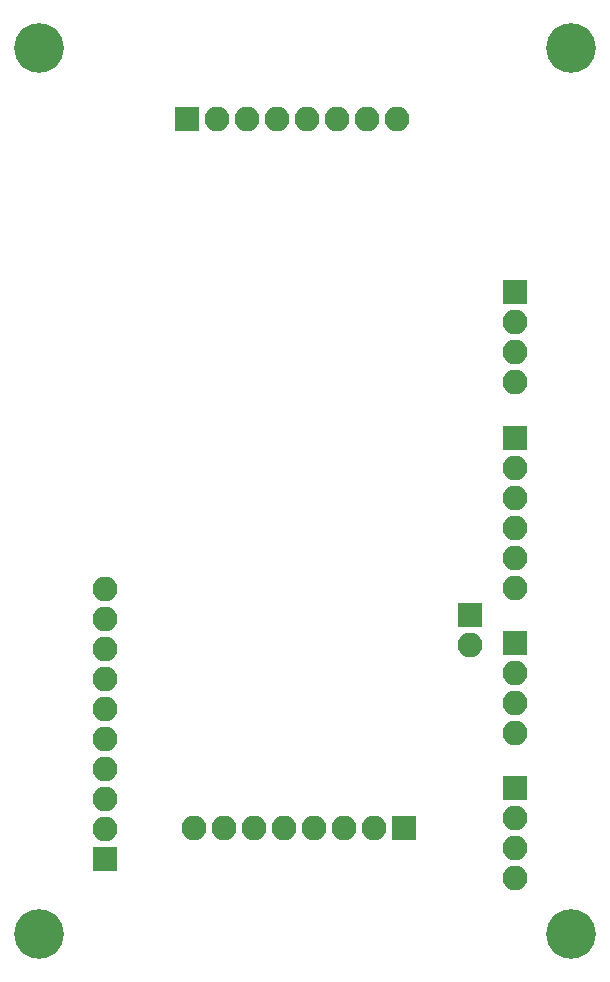
<source format=gbr>
%TF.GenerationSoftware,KiCad,Pcbnew,(5.0.0)*%
%TF.CreationDate,2018-11-06T01:25:48+05:00*%
%TF.ProjectId,Dev Board,44657620426F6172642E6B696361645F,rev?*%
%TF.SameCoordinates,Original*%
%TF.FileFunction,Soldermask,Bot*%
%TF.FilePolarity,Negative*%
%FSLAX46Y46*%
G04 Gerber Fmt 4.6, Leading zero omitted, Abs format (unit mm)*
G04 Created by KiCad (PCBNEW (5.0.0)) date 11/06/18 01:25:48*
%MOMM*%
%LPD*%
G01*
G04 APERTURE LIST*
%ADD10C,4.200000*%
%ADD11O,2.100000X2.100000*%
%ADD12R,2.100000X2.100000*%
G04 APERTURE END LIST*
D10*
X137500000Y-62500000D03*
X92500000Y-62500000D03*
X92500000Y-137500000D03*
X137500000Y-137500000D03*
D11*
X105630000Y-128500000D03*
X108170000Y-128500000D03*
X110710000Y-128500000D03*
X113250000Y-128500000D03*
X115790000Y-128500000D03*
X118330000Y-128500000D03*
X120870000Y-128500000D03*
D12*
X123410000Y-128500000D03*
X132750000Y-112880000D03*
D11*
X132750000Y-115420000D03*
X132750000Y-117960000D03*
X132750000Y-120500000D03*
X132750000Y-132790000D03*
X132750000Y-130250000D03*
X132750000Y-127710000D03*
D12*
X132750000Y-125170000D03*
X132750000Y-95550000D03*
D11*
X132750000Y-98090000D03*
X132750000Y-100630000D03*
X132750000Y-103170000D03*
X132750000Y-105710000D03*
X132750000Y-108250000D03*
D12*
X132750000Y-83130000D03*
D11*
X132750000Y-85670000D03*
X132750000Y-88210000D03*
X132750000Y-90750000D03*
D12*
X98100000Y-131160000D03*
D11*
X98100000Y-128620000D03*
X98100000Y-126080000D03*
X98100000Y-123540000D03*
X98100000Y-121000000D03*
X98100000Y-118460000D03*
X98100000Y-115920000D03*
X98100000Y-113380000D03*
X98100000Y-110840000D03*
X98100000Y-108300000D03*
D12*
X129000000Y-110500000D03*
D11*
X129000000Y-113040000D03*
D12*
X105000000Y-68500000D03*
D11*
X107540000Y-68500000D03*
X110080000Y-68500000D03*
X112620000Y-68500000D03*
X115160000Y-68500000D03*
X117700000Y-68500000D03*
X120240000Y-68500000D03*
X122780000Y-68500000D03*
M02*

</source>
